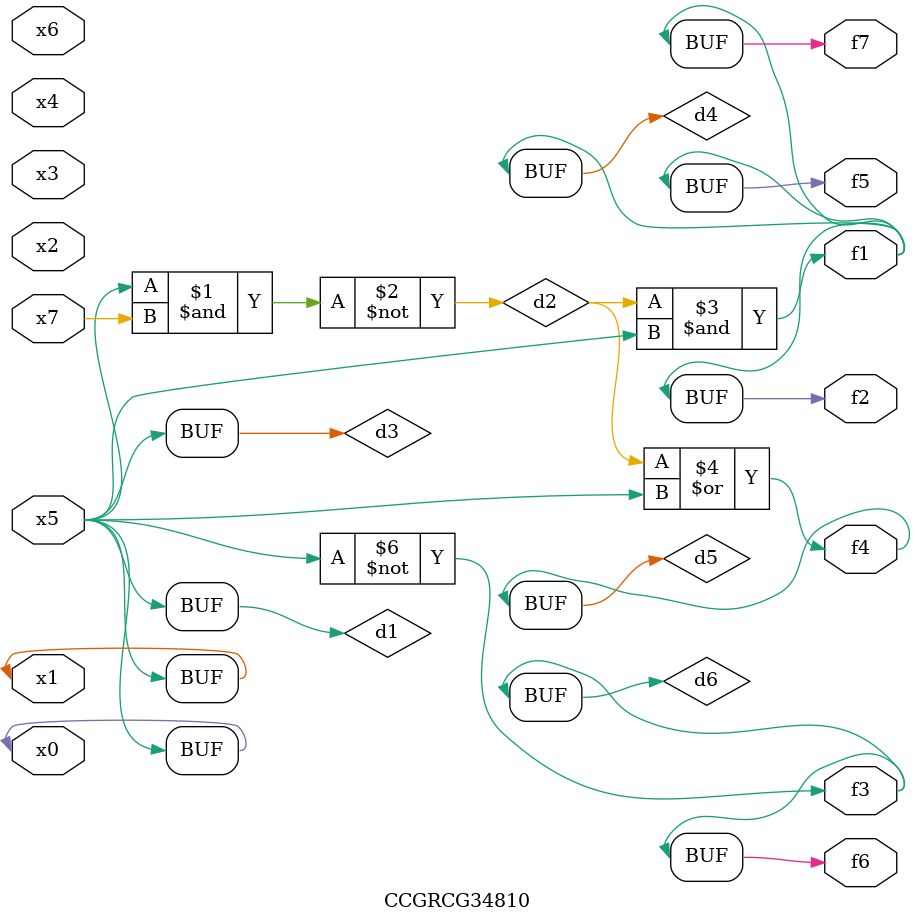
<source format=v>
module CCGRCG34810(
	input x0, x1, x2, x3, x4, x5, x6, x7,
	output f1, f2, f3, f4, f5, f6, f7
);

	wire d1, d2, d3, d4, d5, d6;

	buf (d1, x0, x5);
	nand (d2, x5, x7);
	buf (d3, x0, x1);
	and (d4, d2, d3);
	or (d5, d2, d3);
	nor (d6, d1, d3);
	assign f1 = d4;
	assign f2 = d4;
	assign f3 = d6;
	assign f4 = d5;
	assign f5 = d4;
	assign f6 = d6;
	assign f7 = d4;
endmodule

</source>
